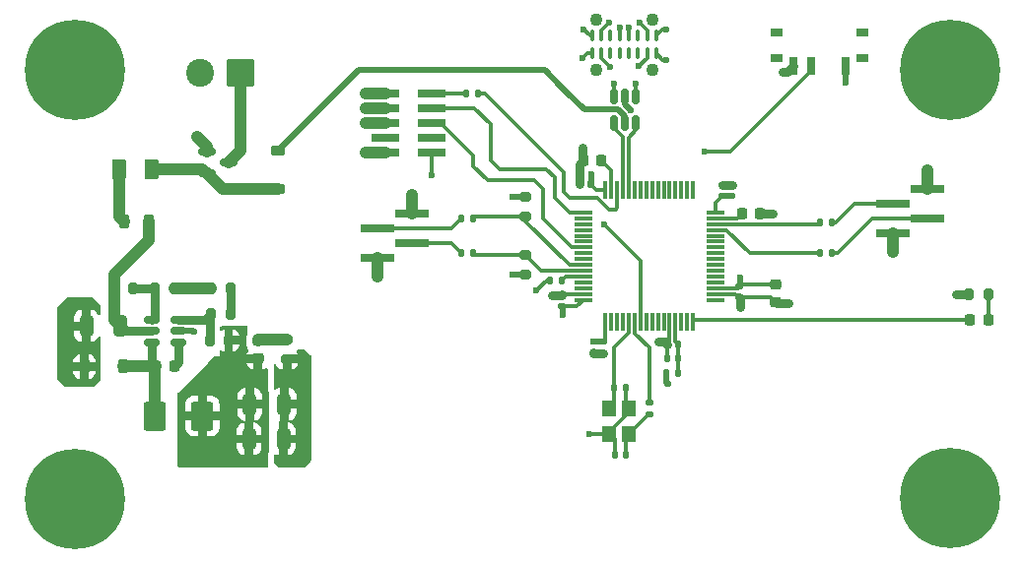
<source format=gbr>
%TF.GenerationSoftware,KiCad,Pcbnew,9.0.1*%
%TF.CreationDate,2025-04-29T02:16:07+02:00*%
%TF.ProjectId,phil-lab-11,7068696c-2d6c-4616-922d-31312e6b6963,rev?*%
%TF.SameCoordinates,Original*%
%TF.FileFunction,Copper,L1,Top*%
%TF.FilePolarity,Positive*%
%FSLAX46Y46*%
G04 Gerber Fmt 4.6, Leading zero omitted, Abs format (unit mm)*
G04 Created by KiCad (PCBNEW 9.0.1) date 2025-04-29 02:16:07*
%MOMM*%
%LPD*%
G01*
G04 APERTURE LIST*
G04 Aperture macros list*
%AMRoundRect*
0 Rectangle with rounded corners*
0 $1 Rounding radius*
0 $2 $3 $4 $5 $6 $7 $8 $9 X,Y pos of 4 corners*
0 Add a 4 corners polygon primitive as box body*
4,1,4,$2,$3,$4,$5,$6,$7,$8,$9,$2,$3,0*
0 Add four circle primitives for the rounded corners*
1,1,$1+$1,$2,$3*
1,1,$1+$1,$4,$5*
1,1,$1+$1,$6,$7*
1,1,$1+$1,$8,$9*
0 Add four rect primitives between the rounded corners*
20,1,$1+$1,$2,$3,$4,$5,0*
20,1,$1+$1,$4,$5,$6,$7,0*
20,1,$1+$1,$6,$7,$8,$9,0*
20,1,$1+$1,$8,$9,$2,$3,0*%
G04 Aperture macros list end*
%TA.AperFunction,HeatsinkPad*%
%ADD10C,1.100000*%
%TD*%
%TA.AperFunction,SMDPad,CuDef*%
%ADD11RoundRect,0.075000X-0.075000X-0.425000X0.075000X-0.425000X0.075000X0.425000X-0.075000X0.425000X0*%
%TD*%
%TA.AperFunction,SMDPad,CuDef*%
%ADD12R,3.000000X0.650000*%
%TD*%
%TA.AperFunction,SMDPad,CuDef*%
%ADD13R,2.400000X0.740000*%
%TD*%
%TA.AperFunction,SMDPad,CuDef*%
%ADD14RoundRect,0.200000X-0.200000X-0.275000X0.200000X-0.275000X0.200000X0.275000X-0.200000X0.275000X0*%
%TD*%
%TA.AperFunction,SMDPad,CuDef*%
%ADD15RoundRect,0.135000X-0.135000X-0.185000X0.135000X-0.185000X0.135000X0.185000X-0.135000X0.185000X0*%
%TD*%
%TA.AperFunction,ComponentPad*%
%ADD16RoundRect,0.250001X0.949999X0.949999X-0.949999X0.949999X-0.949999X-0.949999X0.949999X-0.949999X0*%
%TD*%
%TA.AperFunction,ComponentPad*%
%ADD17C,2.400000*%
%TD*%
%TA.AperFunction,SMDPad,CuDef*%
%ADD18RoundRect,0.075000X0.075000X-0.700000X0.075000X0.700000X-0.075000X0.700000X-0.075000X-0.700000X0*%
%TD*%
%TA.AperFunction,SMDPad,CuDef*%
%ADD19RoundRect,0.075000X0.700000X-0.075000X0.700000X0.075000X-0.700000X0.075000X-0.700000X-0.075000X0*%
%TD*%
%TA.AperFunction,SMDPad,CuDef*%
%ADD20RoundRect,0.225000X0.225000X0.375000X-0.225000X0.375000X-0.225000X-0.375000X0.225000X-0.375000X0*%
%TD*%
%TA.AperFunction,SMDPad,CuDef*%
%ADD21RoundRect,0.200000X-0.275000X0.200000X-0.275000X-0.200000X0.275000X-0.200000X0.275000X0.200000X0*%
%TD*%
%TA.AperFunction,SMDPad,CuDef*%
%ADD22RoundRect,0.140000X0.170000X-0.140000X0.170000X0.140000X-0.170000X0.140000X-0.170000X-0.140000X0*%
%TD*%
%TA.AperFunction,SMDPad,CuDef*%
%ADD23RoundRect,0.225000X0.225000X0.250000X-0.225000X0.250000X-0.225000X-0.250000X0.225000X-0.250000X0*%
%TD*%
%TA.AperFunction,SMDPad,CuDef*%
%ADD24RoundRect,0.250000X-0.325000X-0.650000X0.325000X-0.650000X0.325000X0.650000X-0.325000X0.650000X0*%
%TD*%
%TA.AperFunction,SMDPad,CuDef*%
%ADD25RoundRect,0.140000X-0.170000X0.140000X-0.170000X-0.140000X0.170000X-0.140000X0.170000X0.140000X0*%
%TD*%
%TA.AperFunction,SMDPad,CuDef*%
%ADD26RoundRect,0.218750X-0.218750X-0.381250X0.218750X-0.381250X0.218750X0.381250X-0.218750X0.381250X0*%
%TD*%
%TA.AperFunction,SMDPad,CuDef*%
%ADD27R,1.000000X0.800000*%
%TD*%
%TA.AperFunction,SMDPad,CuDef*%
%ADD28R,0.700000X1.500000*%
%TD*%
%TA.AperFunction,SMDPad,CuDef*%
%ADD29RoundRect,0.218750X0.218750X0.256250X-0.218750X0.256250X-0.218750X-0.256250X0.218750X-0.256250X0*%
%TD*%
%TA.AperFunction,SMDPad,CuDef*%
%ADD30RoundRect,0.140000X0.140000X0.170000X-0.140000X0.170000X-0.140000X-0.170000X0.140000X-0.170000X0*%
%TD*%
%TA.AperFunction,SMDPad,CuDef*%
%ADD31RoundRect,0.150000X0.512500X0.150000X-0.512500X0.150000X-0.512500X-0.150000X0.512500X-0.150000X0*%
%TD*%
%TA.AperFunction,SMDPad,CuDef*%
%ADD32RoundRect,0.150000X-0.150000X0.512500X-0.150000X-0.512500X0.150000X-0.512500X0.150000X0.512500X0*%
%TD*%
%TA.AperFunction,SMDPad,CuDef*%
%ADD33RoundRect,0.225000X-0.250000X0.225000X-0.250000X-0.225000X0.250000X-0.225000X0.250000X0.225000X0*%
%TD*%
%TA.AperFunction,SMDPad,CuDef*%
%ADD34RoundRect,0.200000X0.275000X-0.200000X0.275000X0.200000X-0.275000X0.200000X-0.275000X-0.200000X0*%
%TD*%
%TA.AperFunction,SMDPad,CuDef*%
%ADD35RoundRect,0.225000X-0.225000X-0.250000X0.225000X-0.250000X0.225000X0.250000X-0.225000X0.250000X0*%
%TD*%
%TA.AperFunction,SMDPad,CuDef*%
%ADD36RoundRect,0.225000X0.375000X-0.225000X0.375000X0.225000X-0.375000X0.225000X-0.375000X-0.225000X0*%
%TD*%
%TA.AperFunction,SMDPad,CuDef*%
%ADD37R,1.200000X1.400000*%
%TD*%
%TA.AperFunction,ComponentPad*%
%ADD38C,0.900000*%
%TD*%
%TA.AperFunction,ComponentPad*%
%ADD39C,8.600000*%
%TD*%
%TA.AperFunction,SMDPad,CuDef*%
%ADD40RoundRect,0.218750X-0.256250X0.218750X-0.256250X-0.218750X0.256250X-0.218750X0.256250X0.218750X0*%
%TD*%
%TA.AperFunction,SMDPad,CuDef*%
%ADD41RoundRect,0.200000X0.200000X0.275000X-0.200000X0.275000X-0.200000X-0.275000X0.200000X-0.275000X0*%
%TD*%
%TA.AperFunction,SMDPad,CuDef*%
%ADD42RoundRect,0.250000X0.375000X0.625000X-0.375000X0.625000X-0.375000X-0.625000X0.375000X-0.625000X0*%
%TD*%
%TA.AperFunction,SMDPad,CuDef*%
%ADD43RoundRect,0.147500X-0.147500X-0.172500X0.147500X-0.172500X0.147500X0.172500X-0.147500X0.172500X0*%
%TD*%
%TA.AperFunction,SMDPad,CuDef*%
%ADD44RoundRect,0.135000X0.135000X0.185000X-0.135000X0.185000X-0.135000X-0.185000X0.135000X-0.185000X0*%
%TD*%
%TA.AperFunction,SMDPad,CuDef*%
%ADD45RoundRect,0.140000X-0.140000X-0.170000X0.140000X-0.170000X0.140000X0.170000X-0.140000X0.170000X0*%
%TD*%
%TA.AperFunction,SMDPad,CuDef*%
%ADD46RoundRect,0.250000X-0.700000X-1.000000X0.700000X-1.000000X0.700000X1.000000X-0.700000X1.000000X0*%
%TD*%
%TA.AperFunction,SMDPad,CuDef*%
%ADD47RoundRect,0.150000X-0.587500X-0.150000X0.587500X-0.150000X0.587500X0.150000X-0.587500X0.150000X0*%
%TD*%
%TA.AperFunction,SMDPad,CuDef*%
%ADD48RoundRect,0.250000X0.325000X0.650000X-0.325000X0.650000X-0.325000X-0.650000X0.325000X-0.650000X0*%
%TD*%
%TA.AperFunction,SMDPad,CuDef*%
%ADD49RoundRect,0.135000X-0.185000X0.135000X-0.185000X-0.135000X0.185000X-0.135000X0.185000X0.135000X0*%
%TD*%
%TA.AperFunction,ViaPad*%
%ADD50C,0.600000*%
%TD*%
%TA.AperFunction,Conductor*%
%ADD51C,0.300000*%
%TD*%
%TA.AperFunction,Conductor*%
%ADD52C,0.500000*%
%TD*%
%TA.AperFunction,Conductor*%
%ADD53C,1.000000*%
%TD*%
%TA.AperFunction,Conductor*%
%ADD54C,0.750000*%
%TD*%
G04 APERTURE END LIST*
D10*
%TO.P,P1,S1,SHIELD*%
%TO.N,unconnected-(P1-SHIELD-PadS1)_3*%
X74650000Y-24700000D03*
%TO.N,unconnected-(P1-SHIELD-PadS1)_2*%
X74650000Y-20400000D03*
%TO.N,unconnected-(P1-SHIELD-PadS1)_1*%
X69850000Y-24700000D03*
%TO.N,unconnected-(P1-SHIELD-PadS1)*%
X69850000Y-20400000D03*
D11*
%TO.P,P1,B12,GND*%
%TO.N,GND*%
X69470000Y-23310000D03*
%TO.P,P1,B9,VBUS*%
%TO.N,+5V*%
X70260000Y-23310000D03*
%TO.P,P1,B8*%
%TO.N,N/C*%
X71050000Y-23310000D03*
%TO.P,P1,B7*%
X71840000Y-23310000D03*
%TO.P,P1,B6*%
X72630000Y-23310000D03*
%TO.P,P1,B5,VCONN*%
%TO.N,unconnected-(P1-VCONN-PadB5)*%
X73420000Y-23310000D03*
%TO.P,P1,B4,VBUS*%
%TO.N,+5V*%
X74210000Y-23310000D03*
%TO.P,P1,B1,GND*%
%TO.N,GND*%
X75000000Y-23310000D03*
%TO.P,P1,A12,GND*%
X75000000Y-21790000D03*
%TO.P,P1,A9,VBUS*%
%TO.N,+5V*%
X74210000Y-21790000D03*
%TO.P,P1,A8*%
%TO.N,N/C*%
X73420000Y-21790000D03*
%TO.P,P1,A7,D-*%
%TO.N,USB_CONN_D-*%
X72630000Y-21790000D03*
%TO.P,P1,A6,D+*%
%TO.N,USB_CONN_D+*%
X71840000Y-21790000D03*
%TO.P,P1,A5,CC*%
%TO.N,unconnected-(P1-CC-PadA5)*%
X71050000Y-21790000D03*
%TO.P,P1,A4,VBUS*%
%TO.N,+5V*%
X70260000Y-21790000D03*
%TO.P,P1,A1,GND*%
%TO.N,GND*%
X69470000Y-21790000D03*
%TD*%
D12*
%TO.P,J4,1,Pin_1*%
%TO.N,GND*%
X98300000Y-34960000D03*
%TO.P,J4,2,Pin_2*%
%TO.N,Net-(J4-Pin_2)*%
X95300000Y-36230000D03*
%TO.P,J4,3,Pin_3*%
%TO.N,Net-(J4-Pin_3)*%
X98300000Y-37500000D03*
%TO.P,J4,4,Pin_4*%
%TO.N,+3.3V*%
X95300000Y-38770000D03*
%TD*%
%TO.P,J3,1,Pin_1*%
%TO.N,GND*%
X51000000Y-40940000D03*
%TO.P,J3,2,Pin_2*%
%TO.N,Net-(J3-Pin_2)*%
X54000000Y-39670000D03*
%TO.P,J3,3,Pin_3*%
%TO.N,Net-(J3-Pin_3)*%
X51000000Y-38400000D03*
%TO.P,J3,4,Pin_4*%
%TO.N,+3.3V*%
X54000000Y-37130000D03*
%TD*%
D13*
%TO.P,J2,1,Pin_1*%
%TO.N,+3.3V*%
X51750000Y-26750000D03*
%TO.P,J2,2,Pin_2*%
%TO.N,Net-(J2-Pin_2)*%
X55650000Y-26750000D03*
%TO.P,J2,3,Pin_3*%
%TO.N,GND*%
X51750000Y-28020000D03*
%TO.P,J2,4,Pin_4*%
%TO.N,SWCLK*%
X55650000Y-28020000D03*
%TO.P,J2,5,Pin_5*%
%TO.N,GND*%
X51750000Y-29290000D03*
%TO.P,J2,6,Pin_6*%
%TO.N,SWO*%
X55650000Y-29290000D03*
%TO.P,J2,7,Pin_7*%
%TO.N,unconnected-(J2-Pin_7-Pad7)*%
X51750000Y-30560000D03*
%TO.P,J2,8,Pin_8*%
%TO.N,unconnected-(J2-Pin_8-Pad8)*%
X55650000Y-30560000D03*
%TO.P,J2,9,Pin_9*%
%TO.N,GND*%
X51750000Y-31830000D03*
%TO.P,J2,10,Pin_10*%
%TO.N,NRST*%
X55650000Y-31830000D03*
%TD*%
D14*
%TO.P,R3,1*%
%TO.N,BUCK_EN*%
X31925000Y-43500000D03*
%TO.P,R3,2*%
%TO.N,GND*%
X33575000Y-43500000D03*
%TD*%
D15*
%TO.P,R10,1*%
%TO.N,Net-(J3-Pin_2)*%
X58240000Y-40500000D03*
%TO.P,R10,2*%
%TO.N,I2C1_SDA*%
X59260000Y-40500000D03*
%TD*%
D16*
%TO.P,J1,1,Pin_1*%
%TO.N,+12V*%
X39250000Y-25000000D03*
D17*
%TO.P,J1,2,Pin_2*%
%TO.N,GND*%
X35750000Y-25000000D03*
%TD*%
D18*
%TO.P,U3,1,VBAT*%
%TO.N,+3.3V*%
X70630000Y-46425000D03*
%TO.P,U3,2,PC13*%
%TO.N,unconnected-(U3-PC13-Pad2)*%
X71130000Y-46425000D03*
%TO.P,U3,3,PC14*%
%TO.N,unconnected-(U3-PC14-Pad3)*%
X71630000Y-46425000D03*
%TO.P,U3,4,PC15*%
%TO.N,unconnected-(U3-PC15-Pad4)*%
X72130000Y-46425000D03*
%TO.P,U3,5,PH0*%
%TO.N,HSE_IN*%
X72630000Y-46425000D03*
%TO.P,U3,6,PH1*%
%TO.N,HSE_OUT*%
X73130000Y-46425000D03*
%TO.P,U3,7,NRST*%
%TO.N,NRST*%
X73630000Y-46425000D03*
%TO.P,U3,8,PC0*%
%TO.N,unconnected-(U3-PC0-Pad8)*%
X74130000Y-46425000D03*
%TO.P,U3,9,PC1*%
%TO.N,unconnected-(U3-PC1-Pad9)*%
X74630000Y-46425000D03*
%TO.P,U3,10,PC2*%
%TO.N,unconnected-(U3-PC2-Pad10)*%
X75130000Y-46425000D03*
%TO.P,U3,11,PC3*%
%TO.N,unconnected-(U3-PC3-Pad11)*%
X75630000Y-46425000D03*
%TO.P,U3,12,VSSA*%
%TO.N,GND*%
X76130000Y-46425000D03*
%TO.P,U3,13,VDDA*%
%TO.N,+3.3VA*%
X76630000Y-46425000D03*
%TO.P,U3,14,PA0*%
%TO.N,unconnected-(U3-PA0-Pad14)*%
X77130000Y-46425000D03*
%TO.P,U3,15,PA1*%
%TO.N,unconnected-(U3-PA1-Pad15)*%
X77630000Y-46425000D03*
%TO.P,U3,16,PA2*%
%TO.N,LED_STATUS*%
X78130000Y-46425000D03*
D19*
%TO.P,U3,17,PA3*%
%TO.N,unconnected-(U3-PA3-Pad17)*%
X80055000Y-44500000D03*
%TO.P,U3,18,VSS*%
%TO.N,GND*%
X80055000Y-44000000D03*
%TO.P,U3,19,VDD*%
%TO.N,+3.3V*%
X80055000Y-43500000D03*
%TO.P,U3,20,PA4*%
%TO.N,unconnected-(U3-PA4-Pad20)*%
X80055000Y-43000000D03*
%TO.P,U3,21,PA5*%
%TO.N,unconnected-(U3-PA5-Pad21)*%
X80055000Y-42500000D03*
%TO.P,U3,22,PA6*%
%TO.N,unconnected-(U3-PA6-Pad22)*%
X80055000Y-42000000D03*
%TO.P,U3,23,PA7*%
%TO.N,unconnected-(U3-PA7-Pad23)*%
X80055000Y-41500000D03*
%TO.P,U3,24,PC4*%
%TO.N,unconnected-(U3-PC4-Pad24)*%
X80055000Y-41000000D03*
%TO.P,U3,25,PC5*%
%TO.N,unconnected-(U3-PC5-Pad25)*%
X80055000Y-40500000D03*
%TO.P,U3,26,PB0*%
%TO.N,unconnected-(U3-PB0-Pad26)*%
X80055000Y-40000000D03*
%TO.P,U3,27,PB1*%
%TO.N,unconnected-(U3-PB1-Pad27)*%
X80055000Y-39500000D03*
%TO.P,U3,28,PB2*%
%TO.N,unconnected-(U3-PB2-Pad28)*%
X80055000Y-39000000D03*
%TO.P,U3,29,PB10*%
%TO.N,USART3_TX*%
X80055000Y-38500000D03*
%TO.P,U3,30,PB11*%
%TO.N,USART3_RX*%
X80055000Y-38000000D03*
%TO.P,U3,31,VCAP_1*%
%TO.N,Net-(U3-VCAP_1)*%
X80055000Y-37500000D03*
%TO.P,U3,32,VDD*%
%TO.N,+3.3V*%
X80055000Y-37000000D03*
D18*
%TO.P,U3,33,PB12*%
%TO.N,unconnected-(U3-PB12-Pad33)*%
X78130000Y-35075000D03*
%TO.P,U3,34,PB13*%
%TO.N,unconnected-(U3-PB13-Pad34)*%
X77630000Y-35075000D03*
%TO.P,U3,35,PB14*%
%TO.N,unconnected-(U3-PB14-Pad35)*%
X77130000Y-35075000D03*
%TO.P,U3,36,PB15*%
%TO.N,unconnected-(U3-PB15-Pad36)*%
X76630000Y-35075000D03*
%TO.P,U3,37,PC6*%
%TO.N,unconnected-(U3-PC6-Pad37)*%
X76130000Y-35075000D03*
%TO.P,U3,38,PC7*%
%TO.N,unconnected-(U3-PC7-Pad38)*%
X75630000Y-35075000D03*
%TO.P,U3,39,PC8*%
%TO.N,unconnected-(U3-PC8-Pad39)*%
X75130000Y-35075000D03*
%TO.P,U3,40,PC9*%
%TO.N,unconnected-(U3-PC9-Pad40)*%
X74630000Y-35075000D03*
%TO.P,U3,41,PA8*%
%TO.N,unconnected-(U3-PA8-Pad41)*%
X74130000Y-35075000D03*
%TO.P,U3,42,PA9*%
%TO.N,unconnected-(U3-PA9-Pad42)*%
X73630000Y-35075000D03*
%TO.P,U3,43,PA10*%
%TO.N,unconnected-(U3-PA10-Pad43)*%
X73130000Y-35075000D03*
%TO.P,U3,44,PA11*%
%TO.N,USB_D-*%
X72630000Y-35075000D03*
%TO.P,U3,45,PA12*%
%TO.N,USB_D+*%
X72130000Y-35075000D03*
%TO.P,U3,46,PA13*%
%TO.N,SWDIO*%
X71630000Y-35075000D03*
%TO.P,U3,47,VCAP_2*%
%TO.N,Net-(U3-VCAP_2)*%
X71130000Y-35075000D03*
%TO.P,U3,48,VDD*%
%TO.N,+3.3V*%
X70630000Y-35075000D03*
D19*
%TO.P,U3,49,PA14*%
%TO.N,SWCLK*%
X68705000Y-37000000D03*
%TO.P,U3,50,PA15*%
%TO.N,unconnected-(U3-PA15-Pad50)*%
X68705000Y-37500000D03*
%TO.P,U3,51,PC10*%
%TO.N,unconnected-(U3-PC10-Pad51)*%
X68705000Y-38000000D03*
%TO.P,U3,52,PC11*%
%TO.N,unconnected-(U3-PC11-Pad52)*%
X68705000Y-38500000D03*
%TO.P,U3,53,PC12*%
%TO.N,unconnected-(U3-PC12-Pad53)*%
X68705000Y-39000000D03*
%TO.P,U3,54,PD2*%
%TO.N,unconnected-(U3-PD2-Pad54)*%
X68705000Y-39500000D03*
%TO.P,U3,55,PB3*%
%TO.N,SWO*%
X68705000Y-40000000D03*
%TO.P,U3,56,PB4*%
%TO.N,unconnected-(U3-PB4-Pad56)*%
X68705000Y-40500000D03*
%TO.P,U3,57,PB5*%
%TO.N,unconnected-(U3-PB5-Pad57)*%
X68705000Y-41000000D03*
%TO.P,U3,58,PB6*%
%TO.N,I2C1_SCL*%
X68705000Y-41500000D03*
%TO.P,U3,59,PB7*%
%TO.N,I2C1_SDA*%
X68705000Y-42000000D03*
%TO.P,U3,60,BOOT0*%
%TO.N,BOOT0*%
X68705000Y-42500000D03*
%TO.P,U3,61,PB8*%
%TO.N,unconnected-(U3-PB8-Pad61)*%
X68705000Y-43000000D03*
%TO.P,U3,62,PB9*%
%TO.N,unconnected-(U3-PB9-Pad62)*%
X68705000Y-43500000D03*
%TO.P,U3,63,VSS*%
%TO.N,GND*%
X68705000Y-44000000D03*
%TO.P,U3,64,VDD*%
%TO.N,+3.3V*%
X68705000Y-44500000D03*
%TD*%
D20*
%TO.P,D3,1,K*%
%TO.N,BUCK_SW*%
X29150000Y-50250000D03*
%TO.P,D3,2,A*%
%TO.N,GND*%
X25850000Y-50250000D03*
%TD*%
D21*
%TO.P,R5,1*%
%TO.N,Net-(D2-K)*%
X43250000Y-47950000D03*
%TO.P,R5,2*%
%TO.N,GND*%
X43250000Y-49600000D03*
%TD*%
D22*
%TO.P,C8,1*%
%TO.N,+3.3V*%
X80630000Y-35555000D03*
%TO.P,C8,2*%
%TO.N,GND*%
X80630000Y-34595000D03*
%TD*%
D23*
%TO.P,C16,1*%
%TO.N,Net-(U3-VCAP_2)*%
X70275000Y-32500000D03*
%TO.P,C16,2*%
%TO.N,GND*%
X68725000Y-32500000D03*
%TD*%
%TO.P,C1,1*%
%TO.N,BUCK_BST*%
X33550000Y-50250000D03*
%TO.P,C1,2*%
%TO.N,BUCK_SW*%
X32000000Y-50250000D03*
%TD*%
D24*
%TO.P,C2,1*%
%TO.N,+3.3V*%
X40050000Y-53500000D03*
%TO.P,C2,2*%
%TO.N,GND*%
X43000000Y-53500000D03*
%TD*%
D25*
%TO.P,C6,1*%
%TO.N,+3.3V*%
X70380000Y-48115000D03*
%TO.P,C6,2*%
%TO.N,GND*%
X70380000Y-49075000D03*
%TD*%
D15*
%TO.P,R9,1*%
%TO.N,Net-(J3-Pin_3)*%
X58250000Y-37500000D03*
%TO.P,R9,2*%
%TO.N,I2C1_SCL*%
X59270000Y-37500000D03*
%TD*%
D14*
%TO.P,R4,1*%
%TO.N,BUCK_FB*%
X36750000Y-45750000D03*
%TO.P,R4,2*%
%TO.N,Net-(R4-Pad2)*%
X38400000Y-45750000D03*
%TD*%
D26*
%TO.P,FB1,1*%
%TO.N,Net-(F1-Pad2)*%
X29250000Y-37750000D03*
%TO.P,FB1,2*%
%TO.N,BUCK_IN*%
X31375000Y-37750000D03*
%TD*%
D27*
%TO.P,SW1,*%
%TO.N,*%
X92650000Y-23755000D03*
X92650000Y-21545000D03*
X85350000Y-23755000D03*
X85350000Y-21545000D03*
D28*
%TO.P,SW1,1,A*%
%TO.N,+3.3V*%
X91250000Y-24405000D03*
%TO.P,SW1,2,B*%
%TO.N,Net-(SW1-B)*%
X88250000Y-24405000D03*
%TO.P,SW1,3,C*%
%TO.N,GND*%
X86750000Y-24405000D03*
%TD*%
D29*
%TO.P,D4,1,K*%
%TO.N,Net-(D4-K)*%
X103500000Y-46250000D03*
%TO.P,D4,2,A*%
%TO.N,LED_STATUS*%
X101925000Y-46250000D03*
%TD*%
D30*
%TO.P,C12,1*%
%TO.N,+3.3VA*%
X76880000Y-48325000D03*
%TO.P,C12,2*%
%TO.N,GND*%
X75920000Y-48325000D03*
%TD*%
D22*
%TO.P,C10,1*%
%TO.N,+3.3V*%
X66880000Y-45035000D03*
%TO.P,C10,2*%
%TO.N,GND*%
X66880000Y-44075000D03*
%TD*%
D24*
%TO.P,C3,1*%
%TO.N,+3.3V*%
X40000000Y-56475000D03*
%TO.P,C3,2*%
%TO.N,GND*%
X42950000Y-56475000D03*
%TD*%
D31*
%TO.P,U1,1,BST*%
%TO.N,BUCK_BST*%
X33912500Y-48150000D03*
%TO.P,U1,2,GND*%
%TO.N,GND*%
X33912500Y-47200000D03*
%TO.P,U1,3,FB*%
%TO.N,BUCK_FB*%
X33912500Y-46250000D03*
%TO.P,U1,4,EN*%
%TO.N,BUCK_EN*%
X31637500Y-46250000D03*
%TO.P,U1,5,IN*%
%TO.N,BUCK_IN*%
X31637500Y-47200000D03*
%TO.P,U1,6,SW*%
%TO.N,BUCK_SW*%
X31637500Y-48150000D03*
%TD*%
D32*
%TO.P,U2,1,I/O1*%
%TO.N,USB_CONN_D-*%
X73250000Y-27025000D03*
%TO.P,U2,2,GND*%
%TO.N,GND*%
X72300000Y-27025000D03*
%TO.P,U2,3,I/O2*%
%TO.N,USB_CONN_D+*%
X71350000Y-27025000D03*
%TO.P,U2,4,I/O2*%
%TO.N,USB_D+*%
X71350000Y-29300000D03*
%TO.P,U2,5,VBUS*%
%TO.N,+5V*%
X72300000Y-29300000D03*
%TO.P,U2,6,I/O1*%
%TO.N,USB_D-*%
X73250000Y-29300000D03*
%TD*%
D33*
%TO.P,C5,1*%
%TO.N,+3.3V*%
X85250000Y-43200000D03*
%TO.P,C5,2*%
%TO.N,GND*%
X85250000Y-44750000D03*
%TD*%
D34*
%TO.P,R16,1*%
%TO.N,+3.3V*%
X63750000Y-42325000D03*
%TO.P,R16,2*%
%TO.N,I2C1_SDA*%
X63750000Y-40675000D03*
%TD*%
D30*
%TO.P,C14,1*%
%TO.N,Net-(C14-Pad1)*%
X72380000Y-57825000D03*
%TO.P,C14,2*%
%TO.N,GND*%
X71420000Y-57825000D03*
%TD*%
D35*
%TO.P,C15,1*%
%TO.N,Net-(U3-VCAP_1)*%
X82355000Y-37075000D03*
%TO.P,C15,2*%
%TO.N,GND*%
X83905000Y-37075000D03*
%TD*%
D36*
%TO.P,D1,1,K*%
%TO.N,Net-(D1-K)*%
X42500000Y-35000000D03*
%TO.P,D1,2,A*%
%TO.N,+5V*%
X42500000Y-31700000D03*
%TD*%
D37*
%TO.P,Y1,1,1*%
%TO.N,Net-(C14-Pad1)*%
X72630000Y-56025000D03*
%TO.P,Y1,2,2*%
%TO.N,GND*%
X72630000Y-53825000D03*
%TO.P,Y1,3,3*%
%TO.N,HSE_IN*%
X70930000Y-53825000D03*
%TO.P,Y1,4,4*%
%TO.N,GND*%
X70930000Y-56025000D03*
%TD*%
D38*
%TO.P,H3,1,1*%
%TO.N,GND*%
X21800000Y-61610913D03*
X22744581Y-59330494D03*
X22744581Y-63891332D03*
X25025000Y-58385913D03*
D39*
X25025000Y-61610913D03*
D38*
X25025000Y-64835913D03*
X27305419Y-59330494D03*
X27305419Y-63891332D03*
X28250000Y-61610913D03*
%TD*%
%TO.P,H2,1,1*%
%TO.N,GND*%
X96994581Y-24750000D03*
X97939162Y-22469581D03*
X97939162Y-27030419D03*
X100219581Y-21525000D03*
D39*
X100219581Y-24750000D03*
D38*
X100219581Y-27975000D03*
X102500000Y-22469581D03*
X102500000Y-27030419D03*
X103444581Y-24750000D03*
%TD*%
%TO.P,H4,1,1*%
%TO.N,GND*%
X96994581Y-61580494D03*
X97939162Y-59300075D03*
X97939162Y-63860913D03*
X100219581Y-58355494D03*
D39*
X100219581Y-61580494D03*
D38*
X100219581Y-64805494D03*
X102500000Y-59300075D03*
X102500000Y-63860913D03*
X103444581Y-61580494D03*
%TD*%
D40*
%TO.P,D2,1,K*%
%TO.N,Net-(D2-K)*%
X40750000Y-48000000D03*
%TO.P,D2,2,A*%
%TO.N,+3.3V*%
X40750000Y-49575000D03*
%TD*%
D41*
%TO.P,R6,1*%
%TO.N,Net-(R4-Pad2)*%
X38400000Y-43550000D03*
%TO.P,R6,2*%
%TO.N,GND*%
X36750000Y-43550000D03*
%TD*%
D42*
%TO.P,F1,1*%
%TO.N,Net-(D1-K)*%
X31650000Y-33250000D03*
%TO.P,F1,2*%
%TO.N,Net-(F1-Pad2)*%
X28850000Y-33250000D03*
%TD*%
D43*
%TO.P,L2,1*%
%TO.N,+3.3V*%
X75880000Y-50825000D03*
%TO.P,L2,2*%
%TO.N,+3.3VA*%
X76850000Y-50825000D03*
%TD*%
D44*
%TO.P,R7,1*%
%TO.N,BOOT0*%
X66890000Y-42825000D03*
%TO.P,R7,2*%
%TO.N,Net-(SW1-B)*%
X65870000Y-42825000D03*
%TD*%
D21*
%TO.P,R15,1*%
%TO.N,+3.3V*%
X63750000Y-35675000D03*
%TO.P,R15,2*%
%TO.N,I2C1_SCL*%
X63750000Y-37325000D03*
%TD*%
D30*
%TO.P,C11,1*%
%TO.N,+3.3VA*%
X76880000Y-49575000D03*
%TO.P,C11,2*%
%TO.N,GND*%
X75920000Y-49575000D03*
%TD*%
D41*
%TO.P,R14,1*%
%TO.N,Net-(D4-K)*%
X103500000Y-44000000D03*
%TO.P,R14,2*%
%TO.N,GND*%
X101850000Y-44000000D03*
%TD*%
D15*
%TO.P,R8,1*%
%TO.N,Net-(J2-Pin_2)*%
X58630000Y-26800000D03*
%TO.P,R8,2*%
%TO.N,SWDIO*%
X59650000Y-26800000D03*
%TD*%
D14*
%TO.P,R1,1*%
%TO.N,BUCK_IN*%
X28425000Y-43500000D03*
%TO.P,R1,2*%
%TO.N,BUCK_EN*%
X30075000Y-43500000D03*
%TD*%
D41*
%TO.P,R2,1*%
%TO.N,+3.3V*%
X38250000Y-48000000D03*
%TO.P,R2,2*%
%TO.N,BUCK_FB*%
X36600000Y-48000000D03*
%TD*%
D44*
%TO.P,R12,1*%
%TO.N,Net-(J4-Pin_3)*%
X90050000Y-40500000D03*
%TO.P,R12,2*%
%TO.N,USART3_TX*%
X89030000Y-40500000D03*
%TD*%
D45*
%TO.P,C13,1*%
%TO.N,HSE_IN*%
X71380000Y-52075000D03*
%TO.P,C13,2*%
%TO.N,GND*%
X72340000Y-52075000D03*
%TD*%
D44*
%TO.P,R13,1*%
%TO.N,Net-(J4-Pin_2)*%
X90070000Y-37825000D03*
%TO.P,R13,2*%
%TO.N,USART3_RX*%
X89050000Y-37825000D03*
%TD*%
D46*
%TO.P,L1,1*%
%TO.N,BUCK_SW*%
X31900000Y-54500000D03*
%TO.P,L1,2*%
%TO.N,+3.3V*%
X36000000Y-54500000D03*
%TD*%
D30*
%TO.P,C9,1*%
%TO.N,+3.3V*%
X69340000Y-34575000D03*
%TO.P,C9,2*%
%TO.N,GND*%
X68380000Y-34575000D03*
%TD*%
D47*
%TO.P,Q1,1,G*%
%TO.N,GND*%
X36375000Y-31750000D03*
%TO.P,Q1,2,S*%
%TO.N,Net-(D1-K)*%
X36375000Y-33650000D03*
%TO.P,Q1,3,D*%
%TO.N,+12V*%
X38250000Y-32700000D03*
%TD*%
D48*
%TO.P,C4,1*%
%TO.N,BUCK_IN*%
X28975000Y-46750000D03*
%TO.P,C4,2*%
%TO.N,GND*%
X26025000Y-46750000D03*
%TD*%
D49*
%TO.P,R11,1*%
%TO.N,HSE_OUT*%
X74380000Y-53315000D03*
%TO.P,R11,2*%
%TO.N,Net-(C14-Pad1)*%
X74380000Y-54335000D03*
%TD*%
D25*
%TO.P,C7,1*%
%TO.N,+3.3V*%
X82130000Y-43365000D03*
%TO.P,C7,2*%
%TO.N,GND*%
X82130000Y-44325000D03*
%TD*%
D38*
%TO.P,H1,1,1*%
%TO.N,GND*%
X21775000Y-24750000D03*
X22719581Y-22469581D03*
X22719581Y-27030419D03*
X25000000Y-21525000D03*
D39*
X25000000Y-24750000D03*
D38*
X25000000Y-27975000D03*
X27280419Y-22469581D03*
X27280419Y-27030419D03*
X28225000Y-24750000D03*
%TD*%
D50*
%TO.N,+5V*%
X62450000Y-24750000D03*
X63200000Y-24750000D03*
X64000000Y-24750000D03*
X64750000Y-24750000D03*
X71000000Y-24450000D03*
X73500000Y-24400000D03*
X73550000Y-20700000D03*
X70900000Y-20700000D03*
%TO.N,GND*%
X68650000Y-23750000D03*
X68750000Y-21250000D03*
X75850000Y-21300000D03*
%TO.N,USB_CONN_D-*%
X73250000Y-25950000D03*
X72650000Y-21050000D03*
%TO.N,USB_CONN_D+*%
X71350000Y-25950000D03*
X71850000Y-21050000D03*
%TO.N,GND*%
X72800000Y-28162500D03*
%TO.N,NRST*%
X55650000Y-33750000D03*
%TO.N,GND*%
X50000000Y-31850000D03*
X50000000Y-28000000D03*
%TO.N,+3.3V*%
X76000000Y-51750000D03*
%TO.N,GND*%
X35500000Y-30500000D03*
X35250000Y-47250000D03*
X43390000Y-50730000D03*
X43040000Y-51860000D03*
X44460000Y-49620000D03*
X44530000Y-58100000D03*
X75130000Y-48120000D03*
X85000000Y-37090000D03*
X24610000Y-45000000D03*
X66040000Y-44100000D03*
X51000000Y-42550000D03*
X24250000Y-48680000D03*
X69200000Y-56070000D03*
X50000000Y-29300000D03*
X69540000Y-49060000D03*
X34700000Y-43530000D03*
X44400000Y-56940000D03*
X43000000Y-58090000D03*
X24590000Y-47490000D03*
X24550000Y-49810000D03*
X68370000Y-33720000D03*
X44400000Y-51360000D03*
X98300000Y-33330000D03*
X44410000Y-55840000D03*
X24610000Y-46750000D03*
X24610000Y-46050000D03*
X85790000Y-24940000D03*
X68640000Y-31380000D03*
X24530000Y-50670000D03*
X100770000Y-44040000D03*
X82160000Y-45120000D03*
X35610000Y-43560000D03*
X75850000Y-23850000D03*
X44440000Y-53990000D03*
X44430000Y-52870000D03*
X86340000Y-44820000D03*
X81500000Y-34620000D03*
%TO.N,+3.3V*%
X82150000Y-42560000D03*
X38650000Y-52920000D03*
X54000000Y-35450000D03*
X38490000Y-56880000D03*
X69370000Y-33700000D03*
X39570000Y-49550000D03*
X40150000Y-58250000D03*
X39280000Y-48010000D03*
X36710000Y-52400000D03*
X35270000Y-56610000D03*
X62650000Y-42340000D03*
X66930000Y-45830000D03*
X38560000Y-56030000D03*
X91290000Y-25790000D03*
X38610000Y-54050000D03*
X81470000Y-35550000D03*
X62640000Y-35650000D03*
X50000000Y-26750000D03*
X35150000Y-52400000D03*
X95300000Y-40380000D03*
X40730000Y-50650000D03*
X36950000Y-50780000D03*
X36070000Y-56610000D03*
X36770000Y-56610000D03*
X38420000Y-51190000D03*
X69540000Y-48130000D03*
X35960000Y-52390000D03*
X37700000Y-57850000D03*
X40100000Y-51830000D03*
X35820000Y-57890000D03*
X38260000Y-49180000D03*
%TO.N,Net-(SW1-B)*%
X64700000Y-43720000D03*
X79110000Y-31740000D03*
%TO.N,NRST*%
X70500000Y-38000000D03*
%TD*%
D51*
%TO.N,GND*%
X75540000Y-23850000D02*
X75850000Y-23850000D01*
X75000000Y-23310000D02*
X75540000Y-23850000D01*
X75490000Y-21300000D02*
X75850000Y-21300000D01*
X75000000Y-21790000D02*
X75490000Y-21300000D01*
X69090000Y-23310000D02*
X68650000Y-23750000D01*
X69470000Y-23310000D02*
X69090000Y-23310000D01*
X69290000Y-21790000D02*
X68750000Y-21250000D01*
X69470000Y-21790000D02*
X69290000Y-21790000D01*
D52*
%TO.N,+5V*%
X49450000Y-24750000D02*
X65400000Y-24750000D01*
D51*
X70260000Y-23710000D02*
X71000000Y-24450000D01*
X70260000Y-23310000D02*
X70260000Y-23710000D01*
X74210000Y-23690000D02*
X73500000Y-24400000D01*
X74210000Y-23310000D02*
X74210000Y-23690000D01*
X74210000Y-21360000D02*
X73550000Y-20700000D01*
X74210000Y-21790000D02*
X74210000Y-21360000D01*
X70260000Y-21790000D02*
X70260000Y-21340000D01*
X70260000Y-21340000D02*
X70900000Y-20700000D01*
D52*
X67300000Y-26650000D02*
X66800000Y-26150000D01*
D51*
%TO.N,USB_D-*%
X73250000Y-29931000D02*
X73250000Y-29300000D01*
X72631000Y-30550000D02*
X73250000Y-29931000D01*
X72631000Y-33069000D02*
X72631000Y-30550000D01*
X72630000Y-33070000D02*
X72631000Y-33069000D01*
X72630000Y-35075000D02*
X72630000Y-33070000D01*
%TO.N,USB_D+*%
X72130000Y-30505178D02*
X71350000Y-29725178D01*
X72130000Y-35075000D02*
X72130000Y-30505178D01*
X71350000Y-29725178D02*
X71350000Y-29300000D01*
D52*
%TO.N,+5V*%
X65400000Y-24750000D02*
X66800000Y-26150000D01*
X68788500Y-28138500D02*
X67300000Y-26650000D01*
X72300000Y-28724575D02*
X71713925Y-28138500D01*
X71713925Y-28138500D02*
X68788500Y-28138500D01*
X72300000Y-29300000D02*
X72300000Y-28724575D01*
D51*
%TO.N,GND*%
X69460000Y-23300000D02*
X69470000Y-23310000D01*
X69460000Y-21800000D02*
X69470000Y-21790000D01*
%TO.N,USB_CONN_D-*%
X73250000Y-25950000D02*
X73250000Y-27025000D01*
X72630000Y-21070000D02*
X72650000Y-21050000D01*
X72630000Y-21790000D02*
X72630000Y-21070000D01*
%TO.N,USB_CONN_D+*%
X71350000Y-25950000D02*
X71350000Y-27025000D01*
X71840000Y-21790000D02*
X71840000Y-21060000D01*
X71840000Y-21060000D02*
X71850000Y-21050000D01*
%TO.N,SWO*%
X56480000Y-29290000D02*
X55650000Y-29290000D01*
X59250000Y-32060000D02*
X56480000Y-29290000D01*
X59250000Y-33000000D02*
X59250000Y-32060000D01*
%TO.N,SWCLK*%
X67500000Y-37000000D02*
X68705000Y-37000000D01*
X61500000Y-33250000D02*
X65500000Y-33250000D01*
X66250000Y-34000000D02*
X66250000Y-35750000D01*
X66250000Y-35750000D02*
X67500000Y-37000000D01*
X60750000Y-32500000D02*
X61500000Y-33250000D01*
X59370000Y-28020000D02*
X60750000Y-29400000D01*
X60750000Y-29400000D02*
X60750000Y-32500000D01*
X55650000Y-28020000D02*
X59370000Y-28020000D01*
X65500000Y-33250000D02*
X66250000Y-34000000D01*
%TO.N,Net-(J4-Pin_3)*%
X93550000Y-37500000D02*
X98300000Y-37500000D01*
X90550000Y-40500000D02*
X93550000Y-37500000D01*
X90050000Y-40500000D02*
X90550000Y-40500000D01*
%TO.N,Net-(J4-Pin_2)*%
X92020000Y-36230000D02*
X95300000Y-36230000D01*
X90425000Y-37825000D02*
X92020000Y-36230000D01*
X90070000Y-37825000D02*
X90425000Y-37825000D01*
D53*
%TO.N,+3.3V*%
X95300000Y-40380000D02*
X95300000Y-38770000D01*
%TO.N,GND*%
X98300000Y-33330000D02*
X98300000Y-34960000D01*
X51000000Y-42550000D02*
X51000000Y-40940000D01*
%TO.N,+3.3V*%
X54000000Y-37130000D02*
X54000000Y-35450000D01*
D51*
%TO.N,Net-(J3-Pin_3)*%
X57350000Y-38400000D02*
X58250000Y-37500000D01*
X51000000Y-38400000D02*
X57350000Y-38400000D01*
%TO.N,Net-(J3-Pin_2)*%
X57410000Y-39670000D02*
X58240000Y-40500000D01*
X54000000Y-39670000D02*
X57410000Y-39670000D01*
%TO.N,Net-(J2-Pin_2)*%
X58580000Y-26750000D02*
X58630000Y-26800000D01*
X55650000Y-26750000D02*
X58580000Y-26750000D01*
%TO.N,NRST*%
X55650000Y-33750000D02*
X55650000Y-31830000D01*
%TO.N,SWDIO*%
X60300000Y-26800000D02*
X67000000Y-33500000D01*
X59650000Y-26800000D02*
X60300000Y-26800000D01*
D53*
%TO.N,GND*%
X51730000Y-28000000D02*
X51750000Y-28020000D01*
X50000000Y-28000000D02*
X51730000Y-28000000D01*
X50000000Y-31850000D02*
X51730000Y-31850000D01*
X51730000Y-31850000D02*
X51750000Y-31830000D01*
X51740000Y-29300000D02*
X51750000Y-29290000D01*
X50000000Y-29300000D02*
X51740000Y-29300000D01*
%TO.N,+3.3V*%
X50000000Y-26750000D02*
X51750000Y-26750000D01*
D52*
X75880000Y-51630000D02*
X76000000Y-51750000D01*
X75880000Y-50825000D02*
X75880000Y-51630000D01*
D53*
%TO.N,GND*%
X36375000Y-31375000D02*
X35500000Y-30500000D01*
X36375000Y-31750000D02*
X36375000Y-31375000D01*
D52*
X35200000Y-47200000D02*
X35250000Y-47250000D01*
X33912500Y-47200000D02*
X35200000Y-47200000D01*
D54*
X83920000Y-37090000D02*
X83905000Y-37075000D01*
X75715000Y-48120000D02*
X75920000Y-48325000D01*
X66855000Y-44100000D02*
X66880000Y-44075000D01*
X86340000Y-44820000D02*
X85320000Y-44820000D01*
D53*
X35580000Y-43530000D02*
X35610000Y-43560000D01*
X34700000Y-43530000D02*
X35580000Y-43530000D01*
D51*
X72630000Y-53825000D02*
X72630000Y-54225000D01*
X84825000Y-44325000D02*
X85250000Y-44750000D01*
D54*
X86215000Y-24940000D02*
X86750000Y-24405000D01*
D52*
X72300000Y-27662500D02*
X72300000Y-27025000D01*
D54*
X85320000Y-44820000D02*
X85250000Y-44750000D01*
D51*
X69245000Y-56025000D02*
X69200000Y-56070000D01*
D54*
X85000000Y-37090000D02*
X83920000Y-37090000D01*
D51*
X72630000Y-54225000D02*
X70930000Y-55925000D01*
D54*
X82160000Y-45120000D02*
X82160000Y-44355000D01*
X82160000Y-44355000D02*
X82130000Y-44325000D01*
D51*
X71420000Y-57825000D02*
X71420000Y-56515000D01*
D54*
X68640000Y-32415000D02*
X68725000Y-32500000D01*
D51*
X76130000Y-46425000D02*
X76130000Y-48115000D01*
D53*
X35610000Y-43560000D02*
X36740000Y-43560000D01*
D51*
X66955000Y-44000000D02*
X66880000Y-44075000D01*
X81805000Y-44000000D02*
X82130000Y-44325000D01*
D54*
X66040000Y-44100000D02*
X66855000Y-44100000D01*
X100770000Y-44040000D02*
X101810000Y-44040000D01*
D51*
X70930000Y-56025000D02*
X69245000Y-56025000D01*
X72340000Y-53535000D02*
X72630000Y-53825000D01*
X68705000Y-44000000D02*
X66955000Y-44000000D01*
X75920000Y-49575000D02*
X75920000Y-48325000D01*
D54*
X68370000Y-32855000D02*
X68370000Y-33720000D01*
X101810000Y-44040000D02*
X101850000Y-44000000D01*
D51*
X80055000Y-44000000D02*
X81805000Y-44000000D01*
X76130000Y-48115000D02*
X75920000Y-48325000D01*
D53*
X34670000Y-43500000D02*
X34700000Y-43530000D01*
D54*
X68370000Y-34565000D02*
X68380000Y-34575000D01*
X69555000Y-49075000D02*
X69540000Y-49060000D01*
X68640000Y-31380000D02*
X68640000Y-32415000D01*
D51*
X71420000Y-56515000D02*
X70930000Y-56025000D01*
D53*
X33575000Y-43500000D02*
X34670000Y-43500000D01*
D51*
X70930000Y-55925000D02*
X70930000Y-56025000D01*
D54*
X80655000Y-34620000D02*
X80630000Y-34595000D01*
X68370000Y-33720000D02*
X68370000Y-34565000D01*
D51*
X82130000Y-44325000D02*
X84825000Y-44325000D01*
D54*
X68725000Y-32500000D02*
X68370000Y-32855000D01*
X70380000Y-49075000D02*
X69555000Y-49075000D01*
D53*
X36740000Y-43560000D02*
X36750000Y-43550000D01*
D54*
X85790000Y-24940000D02*
X86215000Y-24940000D01*
X75130000Y-48120000D02*
X75715000Y-48120000D01*
D51*
X72340000Y-52075000D02*
X72340000Y-53535000D01*
D54*
X81500000Y-34620000D02*
X80655000Y-34620000D01*
D53*
%TO.N,+12V*%
X39250000Y-25000000D02*
X39250000Y-31700000D01*
X39250000Y-31700000D02*
X38250000Y-32700000D01*
D51*
%TO.N,+3.3V*%
X70630000Y-46425000D02*
X70630000Y-47865000D01*
D52*
X81470000Y-35550000D02*
X80635000Y-35550000D01*
X66930000Y-45085000D02*
X66880000Y-45035000D01*
X80635000Y-35550000D02*
X80630000Y-35555000D01*
D51*
X80055000Y-43500000D02*
X81995000Y-43500000D01*
X80055000Y-36130000D02*
X80630000Y-35555000D01*
X68705000Y-44500000D02*
X68170000Y-45035000D01*
X70630000Y-35075000D02*
X69840000Y-35075000D01*
D52*
X63725000Y-35650000D02*
X63750000Y-35675000D01*
X62640000Y-35650000D02*
X63725000Y-35650000D01*
X63735000Y-42340000D02*
X63750000Y-42325000D01*
D51*
X70630000Y-47865000D02*
X70380000Y-48115000D01*
D52*
X66930000Y-45830000D02*
X66930000Y-45085000D01*
X70365000Y-48130000D02*
X70380000Y-48115000D01*
D51*
X69840000Y-35075000D02*
X69340000Y-34575000D01*
D52*
X91290000Y-25790000D02*
X91290000Y-24445000D01*
D51*
X82295000Y-43200000D02*
X82130000Y-43365000D01*
X85250000Y-43200000D02*
X82295000Y-43200000D01*
D52*
X62650000Y-42340000D02*
X63735000Y-42340000D01*
X69370000Y-33700000D02*
X69370000Y-34545000D01*
X82150000Y-43345000D02*
X82130000Y-43365000D01*
X69370000Y-34545000D02*
X69340000Y-34575000D01*
D51*
X85085000Y-43365000D02*
X85250000Y-43200000D01*
X81995000Y-43500000D02*
X82130000Y-43365000D01*
D52*
X91290000Y-24445000D02*
X91250000Y-24405000D01*
D51*
X80055000Y-37000000D02*
X80055000Y-36130000D01*
X68170000Y-45035000D02*
X66880000Y-45035000D01*
D52*
X82150000Y-42560000D02*
X82150000Y-43345000D01*
X69540000Y-48130000D02*
X70365000Y-48130000D01*
D51*
%TO.N,I2C1_SDA*%
X63750000Y-40675000D02*
X59435000Y-40675000D01*
X59435000Y-40675000D02*
X59260000Y-40500000D01*
X68705000Y-42000000D02*
X65075000Y-42000000D01*
X65075000Y-42000000D02*
X63750000Y-40675000D01*
%TO.N,Net-(D4-K)*%
X103500000Y-46250000D02*
X103500000Y-44000000D01*
%TO.N,I2C1_SCL*%
X59445000Y-37325000D02*
X59270000Y-37500000D01*
X68705000Y-41500000D02*
X67500000Y-41500000D01*
X67500000Y-41500000D02*
X63750000Y-37750000D01*
X63750000Y-37750000D02*
X63750000Y-37325000D01*
X63750000Y-37325000D02*
X59445000Y-37325000D01*
D54*
%TO.N,Net-(R4-Pad2)*%
X38400000Y-45750000D02*
X38400000Y-43550000D01*
D53*
%TO.N,Net-(D2-K)*%
X40800000Y-47950000D02*
X40750000Y-48000000D01*
X43250000Y-47950000D02*
X40800000Y-47950000D01*
D54*
%TO.N,BUCK_FB*%
X36250000Y-46250000D02*
X36750000Y-45750000D01*
X36600000Y-45900000D02*
X36750000Y-45750000D01*
X33912500Y-46250000D02*
X36250000Y-46250000D01*
X36600000Y-48000000D02*
X36600000Y-45900000D01*
%TO.N,BUCK_EN*%
X31925000Y-45962500D02*
X31637500Y-46250000D01*
X30075000Y-43500000D02*
X31925000Y-43500000D01*
X31925000Y-43500000D02*
X31925000Y-45962500D01*
D53*
%TO.N,BUCK_IN*%
X28425000Y-42325000D02*
X28425000Y-43500000D01*
X31375000Y-39375000D02*
X28425000Y-42325000D01*
X28425000Y-43500000D02*
X28425000Y-46200000D01*
X28425000Y-46200000D02*
X28975000Y-46750000D01*
X31375000Y-37750000D02*
X31375000Y-39375000D01*
D54*
X29425000Y-47200000D02*
X28975000Y-46750000D01*
X31637500Y-47200000D02*
X29425000Y-47200000D01*
D51*
%TO.N,USART3_RX*%
X80055000Y-38000000D02*
X88875000Y-38000000D01*
X88875000Y-38000000D02*
X89050000Y-37825000D01*
%TO.N,USART3_TX*%
X80055000Y-38500000D02*
X81000000Y-38500000D01*
X83000000Y-40500000D02*
X89030000Y-40500000D01*
X81000000Y-38500000D02*
X83000000Y-40500000D01*
%TO.N,Net-(J3-Pin_3)*%
X52050000Y-38440000D02*
X52040000Y-38450000D01*
%TO.N,Net-(C14-Pad1)*%
X72380000Y-57825000D02*
X72380000Y-56275000D01*
X74380000Y-54335000D02*
X74320000Y-54335000D01*
X74320000Y-54335000D02*
X72630000Y-56025000D01*
X72380000Y-56275000D02*
X72630000Y-56025000D01*
%TO.N,HSE_OUT*%
X73130000Y-47380000D02*
X74380000Y-48630000D01*
X73130000Y-46425000D02*
X73130000Y-47380000D01*
X74380000Y-48630000D02*
X74380000Y-53315000D01*
%TO.N,SWDIO*%
X71630000Y-35075000D02*
X71630000Y-36620000D01*
X71500000Y-36750000D02*
X70925466Y-36750000D01*
X71630000Y-36620000D02*
X71500000Y-36750000D01*
X67500000Y-35750000D02*
X67000000Y-35250000D01*
X70925466Y-36750000D02*
X69925466Y-35750000D01*
X69925466Y-35750000D02*
X67500000Y-35750000D01*
X67000000Y-35250000D02*
X67000000Y-33500000D01*
%TO.N,Net-(SW1-B)*%
X88250000Y-24805000D02*
X88250000Y-24405000D01*
X65870000Y-42825000D02*
X65595000Y-42825000D01*
X79110000Y-31740000D02*
X81315000Y-31740000D01*
X65595000Y-42825000D02*
X64700000Y-43720000D01*
X81315000Y-31740000D02*
X88250000Y-24805000D01*
%TO.N,BOOT0*%
X67215000Y-42500000D02*
X66890000Y-42825000D01*
X68705000Y-42500000D02*
X67215000Y-42500000D01*
D52*
%TO.N,+5V*%
X49450000Y-24750000D02*
X42500000Y-31700000D01*
D54*
%TO.N,BUCK_BST*%
X33912500Y-48150000D02*
X33912500Y-49887500D01*
X33912500Y-49887500D02*
X33550000Y-50250000D01*
D53*
%TO.N,BUCK_SW*%
X31900000Y-50350000D02*
X32000000Y-50250000D01*
X31900000Y-54500000D02*
X31900000Y-50350000D01*
X29150000Y-50250000D02*
X32000000Y-50250000D01*
D54*
X31637500Y-49887500D02*
X32000000Y-50250000D01*
X31637500Y-48150000D02*
X31637500Y-49887500D01*
D53*
%TO.N,Net-(D1-K)*%
X35975000Y-33250000D02*
X36375000Y-33650000D01*
X42500000Y-35000000D02*
X37725000Y-35000000D01*
X31650000Y-33250000D02*
X35975000Y-33250000D01*
X37725000Y-35000000D02*
X36375000Y-33650000D01*
D51*
%TO.N,Net-(U3-VCAP_2)*%
X71130000Y-35075000D02*
X71130000Y-33355000D01*
X71130000Y-33355000D02*
X70275000Y-32500000D01*
%TO.N,NRST*%
X73630000Y-41130000D02*
X70500000Y-38000000D01*
X73630000Y-46425000D02*
X73630000Y-41130000D01*
D52*
%TO.N,+3.3VA*%
X76885000Y-48330000D02*
X76880000Y-48325000D01*
D51*
X76630000Y-46425000D02*
X76630000Y-48075000D01*
X76630000Y-48075000D02*
X76880000Y-48325000D01*
X76880000Y-48325000D02*
X76880000Y-49575000D01*
X76880000Y-49575000D02*
X76880000Y-50795000D01*
X76880000Y-50795000D02*
X76850000Y-50825000D01*
%TO.N,Net-(U3-VCAP_1)*%
X80055000Y-37500000D02*
X81930000Y-37500000D01*
X81930000Y-37500000D02*
X82355000Y-37075000D01*
%TO.N,HSE_IN*%
X71380000Y-48620000D02*
X71380000Y-52075000D01*
X72630000Y-47370000D02*
X71380000Y-48620000D01*
X71380000Y-53375000D02*
X70930000Y-53825000D01*
X71380000Y-52075000D02*
X71380000Y-53375000D01*
X72630000Y-46425000D02*
X72630000Y-47370000D01*
%TO.N,LED_STATUS*%
X78130000Y-46425000D02*
X78305000Y-46250000D01*
X78305000Y-46250000D02*
X101925000Y-46250000D01*
%TO.N,SWO*%
X60500000Y-34250000D02*
X59250000Y-33000000D01*
X64500000Y-34250000D02*
X60500000Y-34250000D01*
X65250000Y-37500000D02*
X65250000Y-35000000D01*
X67750000Y-40000000D02*
X65250000Y-37500000D01*
X68705000Y-40000000D02*
X67750000Y-40000000D01*
X65250000Y-35000000D02*
X64500000Y-34250000D01*
D53*
%TO.N,Net-(F1-Pad2)*%
X28850000Y-33250000D02*
X28850000Y-37350000D01*
X28850000Y-37350000D02*
X29250000Y-37750000D01*
D52*
%TO.N,GND*%
X72800000Y-28162500D02*
X72300000Y-27662500D01*
%TD*%
%TA.AperFunction,Conductor*%
%TO.N,GND*%
G36*
X26515677Y-44299685D02*
G01*
X26536319Y-44316319D01*
X27213681Y-44993681D01*
X27247166Y-45055004D01*
X27250000Y-45081362D01*
X27250000Y-45693251D01*
X27230315Y-45760290D01*
X27177511Y-45806045D01*
X27108353Y-45815989D01*
X27044797Y-45786964D01*
X27020461Y-45758348D01*
X26942315Y-45631654D01*
X26818345Y-45507684D01*
X26669124Y-45415643D01*
X26669119Y-45415641D01*
X26502697Y-45360494D01*
X26502690Y-45360493D01*
X26400000Y-45350002D01*
X26400000Y-48149995D01*
X26502695Y-48139506D01*
X26502698Y-48139505D01*
X26669119Y-48084358D01*
X26669124Y-48084356D01*
X26818345Y-47992315D01*
X26942315Y-47868345D01*
X27020461Y-47741651D01*
X27072409Y-47694927D01*
X27141372Y-47683704D01*
X27205454Y-47711548D01*
X27244310Y-47769616D01*
X27250000Y-47806748D01*
X27250000Y-51308638D01*
X27230315Y-51375677D01*
X27213681Y-51396319D01*
X26626319Y-51983681D01*
X26564996Y-52017166D01*
X26538638Y-52020000D01*
X24221362Y-52020000D01*
X24154323Y-52000315D01*
X24133681Y-51983681D01*
X23576319Y-51426319D01*
X23542834Y-51364996D01*
X23540000Y-51338638D01*
X23540000Y-50673322D01*
X24900001Y-50673322D01*
X24910144Y-50772607D01*
X24963452Y-50933481D01*
X24963457Y-50933492D01*
X25052424Y-51077728D01*
X25052427Y-51077732D01*
X25172267Y-51197572D01*
X25172271Y-51197575D01*
X25316515Y-51286547D01*
X25316518Y-51286548D01*
X25474999Y-51339062D01*
X25475000Y-51339062D01*
X26225000Y-51339062D01*
X26383481Y-51286548D01*
X26383484Y-51286547D01*
X26527728Y-51197575D01*
X26527732Y-51197572D01*
X26647572Y-51077732D01*
X26647575Y-51077728D01*
X26736542Y-50933492D01*
X26736547Y-50933481D01*
X26789855Y-50772606D01*
X26799999Y-50673322D01*
X26800000Y-50673309D01*
X26800000Y-50625000D01*
X26225000Y-50625000D01*
X26225000Y-51339062D01*
X25475000Y-51339062D01*
X25475000Y-50625000D01*
X24900001Y-50625000D01*
X24900001Y-50673322D01*
X23540000Y-50673322D01*
X23540000Y-49826677D01*
X24900000Y-49826677D01*
X24900000Y-49875000D01*
X25475000Y-49875000D01*
X26225000Y-49875000D01*
X26799999Y-49875000D01*
X26799999Y-49826692D01*
X26799998Y-49826677D01*
X26789855Y-49727392D01*
X26736547Y-49566518D01*
X26736542Y-49566507D01*
X26647575Y-49422271D01*
X26647572Y-49422267D01*
X26527732Y-49302427D01*
X26527728Y-49302424D01*
X26383492Y-49213457D01*
X26383481Y-49213452D01*
X26225000Y-49160937D01*
X26225000Y-49875000D01*
X25475000Y-49875000D01*
X25475000Y-49160937D01*
X25316518Y-49213452D01*
X25316507Y-49213457D01*
X25172271Y-49302424D01*
X25172267Y-49302427D01*
X25052427Y-49422267D01*
X25052424Y-49422271D01*
X24963457Y-49566507D01*
X24963452Y-49566518D01*
X24910144Y-49727393D01*
X24900000Y-49826677D01*
X23540000Y-49826677D01*
X23540000Y-47449986D01*
X24950001Y-47449986D01*
X24960494Y-47552697D01*
X25015641Y-47719119D01*
X25015643Y-47719124D01*
X25107684Y-47868345D01*
X25231654Y-47992315D01*
X25380875Y-48084356D01*
X25380880Y-48084358D01*
X25547302Y-48139505D01*
X25649999Y-48149997D01*
X25650000Y-48149996D01*
X25650000Y-47125000D01*
X24950001Y-47125000D01*
X24950001Y-47449986D01*
X23540000Y-47449986D01*
X23540000Y-46140000D01*
X23530561Y-46117213D01*
X23533110Y-46116157D01*
X23525023Y-46103573D01*
X23524131Y-46097372D01*
X23522834Y-46094996D01*
X23520000Y-46068638D01*
X23520000Y-46050013D01*
X24950000Y-46050013D01*
X24950000Y-46375000D01*
X25650000Y-46375000D01*
X25650000Y-45350003D01*
X25649999Y-45350002D01*
X25547302Y-45360494D01*
X25380880Y-45415641D01*
X25380875Y-45415643D01*
X25231654Y-45507684D01*
X25107684Y-45631654D01*
X25015643Y-45780875D01*
X25015641Y-45780880D01*
X24960494Y-45947302D01*
X24960493Y-45947309D01*
X24950000Y-46050013D01*
X23520000Y-46050013D01*
X23520000Y-45211362D01*
X23539685Y-45144323D01*
X23556319Y-45123681D01*
X24363681Y-44316319D01*
X24425004Y-44282834D01*
X24451362Y-44280000D01*
X26448638Y-44280000D01*
X26515677Y-44299685D01*
G37*
%TD.AperFunction*%
%TD*%
%TA.AperFunction,Conductor*%
%TO.N,GND*%
G36*
X44865677Y-48819685D02*
G01*
X44886319Y-48836319D01*
X45293681Y-49243681D01*
X45327166Y-49305004D01*
X45330000Y-49331362D01*
X45330000Y-58308638D01*
X45310315Y-58375677D01*
X45293681Y-58396319D01*
X44766319Y-58923681D01*
X44704996Y-58957166D01*
X44678638Y-58960000D01*
X42631362Y-58960000D01*
X42564323Y-58940315D01*
X42543681Y-58923681D01*
X42146319Y-58526319D01*
X42112834Y-58464996D01*
X42110000Y-58438638D01*
X42110000Y-57910713D01*
X42129685Y-57843674D01*
X42182489Y-57797919D01*
X42251647Y-57787975D01*
X42299102Y-57805178D01*
X42305872Y-57809354D01*
X42305880Y-57809358D01*
X42472302Y-57864505D01*
X42574999Y-57874997D01*
X42575000Y-57874996D01*
X42575000Y-57874995D01*
X43325000Y-57874995D01*
X43427695Y-57864506D01*
X43427698Y-57864505D01*
X43594119Y-57809358D01*
X43594124Y-57809356D01*
X43743345Y-57717315D01*
X43867315Y-57593345D01*
X43959356Y-57444124D01*
X43959358Y-57444119D01*
X44014505Y-57277697D01*
X44014506Y-57277690D01*
X44024999Y-57174986D01*
X44025000Y-57174973D01*
X44025000Y-56850000D01*
X43325000Y-56850000D01*
X43325000Y-57874995D01*
X42575000Y-57874995D01*
X42575000Y-55075001D01*
X43325000Y-55075001D01*
X43325000Y-56100000D01*
X44024999Y-56100000D01*
X44024999Y-55775028D01*
X44024998Y-55775013D01*
X44014505Y-55672302D01*
X43959358Y-55505880D01*
X43959356Y-55505875D01*
X43867315Y-55356654D01*
X43743345Y-55232684D01*
X43594124Y-55140643D01*
X43594119Y-55140641D01*
X43512182Y-55113490D01*
X43454737Y-55073717D01*
X43427914Y-55009201D01*
X43440229Y-54940426D01*
X43487772Y-54889226D01*
X43512182Y-54878078D01*
X43644119Y-54834358D01*
X43644124Y-54834356D01*
X43793345Y-54742315D01*
X43917315Y-54618345D01*
X44009356Y-54469124D01*
X44009358Y-54469119D01*
X44064505Y-54302697D01*
X44064506Y-54302690D01*
X44074999Y-54199986D01*
X44075000Y-54199973D01*
X44075000Y-53875000D01*
X43375000Y-53875000D01*
X43375000Y-54921770D01*
X43381551Y-54932440D01*
X43380115Y-55002295D01*
X43344988Y-55056951D01*
X43325000Y-55075001D01*
X42575000Y-55075001D01*
X42575000Y-55053231D01*
X42568450Y-55042565D01*
X42569882Y-54972710D01*
X42605012Y-54918047D01*
X42625000Y-54899996D01*
X42625000Y-53125000D01*
X43375000Y-53125000D01*
X44074999Y-53125000D01*
X44074999Y-52800028D01*
X44074998Y-52800013D01*
X44064505Y-52697302D01*
X44009358Y-52530880D01*
X44009356Y-52530875D01*
X43917315Y-52381654D01*
X43793345Y-52257684D01*
X43644124Y-52165643D01*
X43644119Y-52165641D01*
X43477697Y-52110494D01*
X43477690Y-52110493D01*
X43375000Y-52100002D01*
X43375000Y-53125000D01*
X42625000Y-53125000D01*
X42625000Y-52100003D01*
X42624999Y-52100002D01*
X42522302Y-52110494D01*
X42355880Y-52165641D01*
X42355871Y-52165645D01*
X42299096Y-52200665D01*
X42231704Y-52219105D01*
X42165040Y-52198182D01*
X42120271Y-52144540D01*
X42110000Y-52095126D01*
X42110000Y-50167005D01*
X42129685Y-50099966D01*
X42182489Y-50054211D01*
X42251647Y-50044267D01*
X42315203Y-50073292D01*
X42340117Y-50102855D01*
X42419927Y-50234877D01*
X42540122Y-50355072D01*
X42685604Y-50443019D01*
X42685603Y-50443019D01*
X42847894Y-50493590D01*
X42847892Y-50493590D01*
X42875000Y-50496053D01*
X42875000Y-50496052D01*
X43625000Y-50496052D01*
X43652108Y-50493590D01*
X43814396Y-50443018D01*
X43959877Y-50355072D01*
X44080072Y-50234877D01*
X44168019Y-50089395D01*
X44203666Y-49975000D01*
X43625000Y-49975000D01*
X43625000Y-50496052D01*
X42875000Y-50496052D01*
X42875000Y-49724000D01*
X42894685Y-49656961D01*
X42947489Y-49611206D01*
X42999000Y-49600000D01*
X43250000Y-49600000D01*
X43250000Y-49349000D01*
X43269685Y-49281961D01*
X43322489Y-49236206D01*
X43374000Y-49225000D01*
X44203666Y-49225000D01*
X44203666Y-49224999D01*
X44168019Y-49110604D01*
X44093993Y-48988150D01*
X44076157Y-48920595D01*
X44097675Y-48854122D01*
X44151715Y-48809834D01*
X44200110Y-48800000D01*
X44798638Y-48800000D01*
X44865677Y-48819685D01*
G37*
%TD.AperFunction*%
%TD*%
%TA.AperFunction,Conductor*%
%TO.N,+3.3V*%
G36*
X39833039Y-46779685D02*
G01*
X39878794Y-46832489D01*
X39890000Y-46884000D01*
X39890000Y-47354852D01*
X39871538Y-47419949D01*
X39837455Y-47475204D01*
X39837450Y-47475215D01*
X39816593Y-47538158D01*
X39784564Y-47634815D01*
X39784564Y-47634816D01*
X39784563Y-47634816D01*
X39774500Y-47733318D01*
X39774500Y-47763564D01*
X39772117Y-47787755D01*
X39749500Y-47901456D01*
X39749500Y-47901460D01*
X39749500Y-48098540D01*
X39749500Y-48098542D01*
X39749499Y-48098542D01*
X39772117Y-48212242D01*
X39774500Y-48236434D01*
X39774500Y-48266681D01*
X39784563Y-48365183D01*
X39784564Y-48365185D01*
X39796828Y-48402196D01*
X39837450Y-48524785D01*
X39837453Y-48524792D01*
X39871538Y-48580050D01*
X39882636Y-48603053D01*
X39890000Y-48623456D01*
X39890000Y-48710000D01*
X39938873Y-48758873D01*
X39948265Y-48784896D01*
X39948774Y-48793269D01*
X39952795Y-48800633D01*
X39950864Y-48827625D01*
X39952508Y-48854637D01*
X39948409Y-48861956D01*
X39947811Y-48870325D01*
X39928898Y-48903898D01*
X39926116Y-48907415D01*
X39837908Y-49050422D01*
X39837906Y-49050427D01*
X39788343Y-49200000D01*
X40626000Y-49200000D01*
X40693039Y-49219685D01*
X40738794Y-49272489D01*
X40750000Y-49324000D01*
X40750000Y-49575000D01*
X41001000Y-49575000D01*
X41068039Y-49594685D01*
X41113794Y-49647489D01*
X41125000Y-49699000D01*
X41125000Y-50505259D01*
X41152583Y-50502442D01*
X41312072Y-50449593D01*
X41312079Y-50449590D01*
X41415402Y-50385859D01*
X41482795Y-50367418D01*
X41549458Y-50388340D01*
X41594228Y-50441982D01*
X41604500Y-50491397D01*
X41604500Y-52095127D01*
X41615078Y-52198002D01*
X41615078Y-52198005D01*
X41625345Y-52247399D01*
X41625346Y-52247403D01*
X41625349Y-52247412D01*
X41656642Y-52345981D01*
X41681540Y-52386347D01*
X41700000Y-52451441D01*
X41700000Y-57553108D01*
X41688794Y-57604621D01*
X41644663Y-57701250D01*
X41624976Y-57768295D01*
X41604500Y-57910714D01*
X41604500Y-58438640D01*
X41607397Y-58492688D01*
X41607397Y-58492689D01*
X41610229Y-58519022D01*
X41610232Y-58519049D01*
X41618885Y-58572445D01*
X41618885Y-58572447D01*
X41670716Y-58711407D01*
X41668749Y-58712140D01*
X41670642Y-58725528D01*
X41678331Y-58746143D01*
X41675437Y-58759446D01*
X41677343Y-58772929D01*
X41668155Y-58792919D01*
X41663480Y-58814416D01*
X41650003Y-58832418D01*
X41648167Y-58836415D01*
X41642329Y-58842671D01*
X41561317Y-58923682D01*
X41499997Y-58957166D01*
X41473638Y-58960000D01*
X34011362Y-58960000D01*
X33944323Y-58940315D01*
X33923681Y-58923681D01*
X33886319Y-58886319D01*
X33852834Y-58824996D01*
X33850000Y-58798638D01*
X33850000Y-57174986D01*
X38925001Y-57174986D01*
X38935494Y-57277697D01*
X38990641Y-57444119D01*
X38990643Y-57444124D01*
X39082684Y-57593345D01*
X39206654Y-57717315D01*
X39355875Y-57809356D01*
X39355880Y-57809358D01*
X39522302Y-57864505D01*
X39624999Y-57874997D01*
X39625000Y-57874996D01*
X39625000Y-57874995D01*
X40375000Y-57874995D01*
X40477695Y-57864506D01*
X40477698Y-57864505D01*
X40644119Y-57809358D01*
X40644124Y-57809356D01*
X40793345Y-57717315D01*
X40917315Y-57593345D01*
X41009356Y-57444124D01*
X41009358Y-57444119D01*
X41064505Y-57277697D01*
X41064506Y-57277690D01*
X41074999Y-57174986D01*
X41075000Y-57174973D01*
X41075000Y-56850000D01*
X40375000Y-56850000D01*
X40375000Y-57874995D01*
X39625000Y-57874995D01*
X39625000Y-56850000D01*
X38925001Y-56850000D01*
X38925001Y-57174986D01*
X33850000Y-57174986D01*
X33850000Y-55549986D01*
X34550001Y-55549986D01*
X34560494Y-55652697D01*
X34615641Y-55819119D01*
X34615643Y-55819124D01*
X34707684Y-55968345D01*
X34831654Y-56092315D01*
X34980875Y-56184356D01*
X34980880Y-56184358D01*
X35147302Y-56239505D01*
X35147309Y-56239506D01*
X35250019Y-56249999D01*
X35624999Y-56249999D01*
X36375000Y-56249999D01*
X36749972Y-56249999D01*
X36749986Y-56249998D01*
X36852697Y-56239505D01*
X37019119Y-56184358D01*
X37019124Y-56184356D01*
X37168345Y-56092315D01*
X37292315Y-55968345D01*
X37384356Y-55819124D01*
X37384358Y-55819119D01*
X37398974Y-55775013D01*
X38925000Y-55775013D01*
X38925000Y-56100000D01*
X39625000Y-56100000D01*
X39625000Y-55075001D01*
X40375000Y-55075001D01*
X40375000Y-56100000D01*
X41074999Y-56100000D01*
X41074999Y-55775028D01*
X41074998Y-55775013D01*
X41064505Y-55672302D01*
X41009358Y-55505880D01*
X41009356Y-55505875D01*
X40917315Y-55356654D01*
X40793345Y-55232684D01*
X40644124Y-55140643D01*
X40644119Y-55140641D01*
X40562182Y-55113490D01*
X40504737Y-55073717D01*
X40477914Y-55009201D01*
X40490229Y-54940426D01*
X40537772Y-54889226D01*
X40562182Y-54878078D01*
X40694119Y-54834358D01*
X40694124Y-54834356D01*
X40843345Y-54742315D01*
X40967315Y-54618345D01*
X41059356Y-54469124D01*
X41059358Y-54469119D01*
X41114505Y-54302697D01*
X41114506Y-54302690D01*
X41124999Y-54199986D01*
X41125000Y-54199973D01*
X41125000Y-53875000D01*
X40425000Y-53875000D01*
X40425000Y-54921770D01*
X40431551Y-54932440D01*
X40430115Y-55002295D01*
X40394988Y-55056951D01*
X40375000Y-55075001D01*
X39625000Y-55075001D01*
X39625000Y-55053231D01*
X39618450Y-55042565D01*
X39619882Y-54972710D01*
X39655012Y-54918047D01*
X39675000Y-54899996D01*
X39675000Y-53875000D01*
X38975001Y-53875000D01*
X38975001Y-54199986D01*
X38985494Y-54302697D01*
X39040641Y-54469119D01*
X39040643Y-54469124D01*
X39132684Y-54618345D01*
X39256654Y-54742315D01*
X39405875Y-54834356D01*
X39405880Y-54834358D01*
X39487816Y-54861509D01*
X39545261Y-54901281D01*
X39572084Y-54965797D01*
X39559769Y-55034573D01*
X39512226Y-55085773D01*
X39487817Y-55096921D01*
X39355878Y-55140642D01*
X39355875Y-55140643D01*
X39206654Y-55232684D01*
X39082684Y-55356654D01*
X38990643Y-55505875D01*
X38990641Y-55505880D01*
X38935494Y-55672302D01*
X38935493Y-55672309D01*
X38925000Y-55775013D01*
X37398974Y-55775013D01*
X37412942Y-55732860D01*
X37439505Y-55652697D01*
X37439506Y-55652690D01*
X37449999Y-55549986D01*
X37450000Y-55549973D01*
X37450000Y-54875000D01*
X36375000Y-54875000D01*
X36375000Y-56249999D01*
X35624999Y-56249999D01*
X35625000Y-56249998D01*
X35625000Y-54875000D01*
X34550001Y-54875000D01*
X34550001Y-55549986D01*
X33850000Y-55549986D01*
X33850000Y-53450013D01*
X34550000Y-53450013D01*
X34550000Y-54125000D01*
X35625000Y-54125000D01*
X36375000Y-54125000D01*
X37449999Y-54125000D01*
X37449999Y-53450028D01*
X37449998Y-53450013D01*
X37439505Y-53347302D01*
X37384358Y-53180880D01*
X37384356Y-53180875D01*
X37292315Y-53031654D01*
X37168345Y-52907684D01*
X37159783Y-52902403D01*
X37019124Y-52815643D01*
X37019119Y-52815641D01*
X36971957Y-52800013D01*
X38975000Y-52800013D01*
X38975000Y-53125000D01*
X39675000Y-53125000D01*
X40425000Y-53125000D01*
X41124999Y-53125000D01*
X41124999Y-52800028D01*
X41124998Y-52800013D01*
X41114505Y-52697302D01*
X41059358Y-52530880D01*
X41059356Y-52530875D01*
X40967315Y-52381654D01*
X40843345Y-52257684D01*
X40694124Y-52165643D01*
X40694119Y-52165641D01*
X40527697Y-52110494D01*
X40527690Y-52110493D01*
X40425000Y-52100002D01*
X40425000Y-53125000D01*
X39675000Y-53125000D01*
X39675000Y-52100003D01*
X39674999Y-52100002D01*
X39572302Y-52110494D01*
X39405880Y-52165641D01*
X39405875Y-52165643D01*
X39256654Y-52257684D01*
X39132684Y-52381654D01*
X39040643Y-52530875D01*
X39040641Y-52530880D01*
X38985494Y-52697302D01*
X38985493Y-52697309D01*
X38975000Y-52800013D01*
X36971957Y-52800013D01*
X36852697Y-52760494D01*
X36852690Y-52760493D01*
X36749986Y-52750000D01*
X36375000Y-52750000D01*
X36375000Y-54125000D01*
X35625000Y-54125000D01*
X35625000Y-52750000D01*
X35250028Y-52750000D01*
X35250012Y-52750001D01*
X35147302Y-52760494D01*
X34980880Y-52815641D01*
X34980875Y-52815643D01*
X34831654Y-52907684D01*
X34707684Y-53031654D01*
X34615643Y-53180875D01*
X34615641Y-53180880D01*
X34560494Y-53347302D01*
X34560493Y-53347309D01*
X34550000Y-53450013D01*
X33850000Y-53450013D01*
X33850000Y-52581362D01*
X33869685Y-52514323D01*
X33886319Y-52493681D01*
X36430000Y-49950000D01*
X39788343Y-49950000D01*
X39837906Y-50099572D01*
X39837908Y-50099577D01*
X39926114Y-50242580D01*
X40044919Y-50361385D01*
X40187922Y-50449591D01*
X40187927Y-50449593D01*
X40347416Y-50502442D01*
X40374999Y-50505259D01*
X40375000Y-50505259D01*
X40375000Y-49950000D01*
X39788343Y-49950000D01*
X36430000Y-49950000D01*
X37013681Y-49366319D01*
X37075004Y-49332834D01*
X37101362Y-49330000D01*
X37430000Y-49330000D01*
X37450000Y-49310000D01*
X37450000Y-48950109D01*
X37469685Y-48883070D01*
X37522489Y-48837315D01*
X37591647Y-48827371D01*
X37638151Y-48843993D01*
X37760601Y-48918018D01*
X37760603Y-48918019D01*
X37874999Y-48953666D01*
X37875000Y-48953666D01*
X38625000Y-48953666D01*
X38739395Y-48918019D01*
X38884877Y-48830072D01*
X39005072Y-48709877D01*
X39093019Y-48564395D01*
X39143590Y-48402106D01*
X39146054Y-48375000D01*
X38625000Y-48375000D01*
X38625000Y-48953666D01*
X37875000Y-48953666D01*
X37875000Y-47625000D01*
X38625000Y-47625000D01*
X39146054Y-47625000D01*
X39143590Y-47597893D01*
X39093019Y-47435604D01*
X39005072Y-47290122D01*
X38884877Y-47169927D01*
X38739396Y-47081981D01*
X38739394Y-47081980D01*
X38625000Y-47046332D01*
X38625000Y-47625000D01*
X37875000Y-47625000D01*
X37875000Y-47046333D01*
X37874999Y-47046332D01*
X37760605Y-47081980D01*
X37760603Y-47081981D01*
X37663650Y-47140591D01*
X37656554Y-47142464D01*
X37651011Y-47147268D01*
X37623231Y-47151262D01*
X37596095Y-47158427D01*
X37589115Y-47156167D01*
X37581853Y-47157212D01*
X37556320Y-47145551D01*
X37529621Y-47136909D01*
X37524970Y-47131234D01*
X37518297Y-47128187D01*
X37503122Y-47104575D01*
X37485334Y-47082869D01*
X37483558Y-47074132D01*
X37480523Y-47069409D01*
X37475500Y-47034474D01*
X37475500Y-46945862D01*
X37495185Y-46878823D01*
X37511819Y-46858181D01*
X37573681Y-46796319D01*
X37635004Y-46762834D01*
X37661362Y-46760000D01*
X39766000Y-46760000D01*
X39833039Y-46779685D01*
G37*
%TD.AperFunction*%
%TD*%
M02*

</source>
